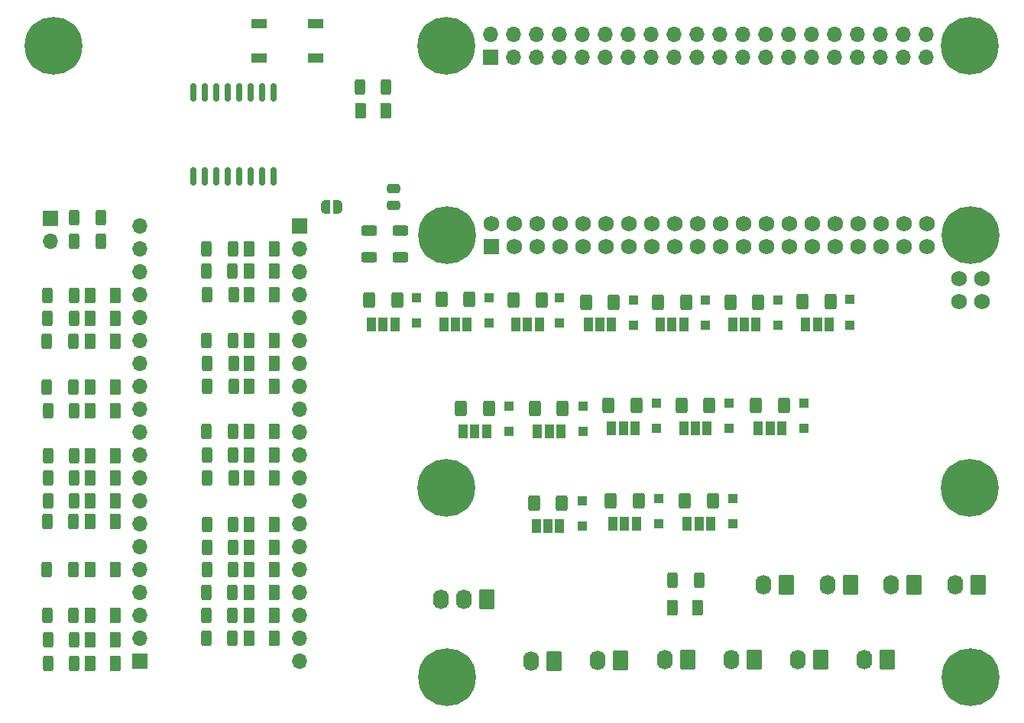
<source format=gbr>
%TF.GenerationSoftware,KiCad,Pcbnew,7.0.7*%
%TF.CreationDate,2024-09-02T11:23:26-05:00*%
%TF.ProjectId,Module_RPI,4d6f6475-6c65-45f5-9250-492e6b696361,rev?*%
%TF.SameCoordinates,Original*%
%TF.FileFunction,Soldermask,Top*%
%TF.FilePolarity,Negative*%
%FSLAX46Y46*%
G04 Gerber Fmt 4.6, Leading zero omitted, Abs format (unit mm)*
G04 Created by KiCad (PCBNEW 7.0.7) date 2024-09-02 11:23:26*
%MOMM*%
%LPD*%
G01*
G04 APERTURE LIST*
G04 Aperture macros list*
%AMRoundRect*
0 Rectangle with rounded corners*
0 $1 Rounding radius*
0 $2 $3 $4 $5 $6 $7 $8 $9 X,Y pos of 4 corners*
0 Add a 4 corners polygon primitive as box body*
4,1,4,$2,$3,$4,$5,$6,$7,$8,$9,$2,$3,0*
0 Add four circle primitives for the rounded corners*
1,1,$1+$1,$2,$3*
1,1,$1+$1,$4,$5*
1,1,$1+$1,$6,$7*
1,1,$1+$1,$8,$9*
0 Add four rect primitives between the rounded corners*
20,1,$1+$1,$2,$3,$4,$5,0*
20,1,$1+$1,$4,$5,$6,$7,0*
20,1,$1+$1,$6,$7,$8,$9,0*
20,1,$1+$1,$8,$9,$2,$3,0*%
%AMFreePoly0*
4,1,19,0.500000,-0.750000,0.000000,-0.750000,0.000000,-0.744911,-0.071157,-0.744911,-0.207708,-0.704816,-0.327430,-0.627875,-0.420627,-0.520320,-0.479746,-0.390866,-0.500000,-0.250000,-0.500000,0.250000,-0.479746,0.390866,-0.420627,0.520320,-0.327430,0.627875,-0.207708,0.704816,-0.071157,0.744911,0.000000,0.744911,0.000000,0.750000,0.500000,0.750000,0.500000,-0.750000,0.500000,-0.750000,
$1*%
%AMFreePoly1*
4,1,19,0.000000,0.744911,0.071157,0.744911,0.207708,0.704816,0.327430,0.627875,0.420627,0.520320,0.479746,0.390866,0.500000,0.250000,0.500000,-0.250000,0.479746,-0.390866,0.420627,-0.520320,0.327430,-0.627875,0.207708,-0.704816,0.071157,-0.744911,0.000000,-0.744911,0.000000,-0.750000,-0.500000,-0.750000,-0.500000,0.750000,0.000000,0.750000,0.000000,0.744911,0.000000,0.744911,
$1*%
G04 Aperture macros list end*
%ADD10RoundRect,0.250000X0.375000X0.625000X-0.375000X0.625000X-0.375000X-0.625000X0.375000X-0.625000X0*%
%ADD11RoundRect,0.250000X-0.375000X-0.625000X0.375000X-0.625000X0.375000X0.625000X-0.375000X0.625000X0*%
%ADD12RoundRect,0.250000X0.475000X-0.250000X0.475000X0.250000X-0.475000X0.250000X-0.475000X-0.250000X0*%
%ADD13RoundRect,0.250000X0.312500X0.625000X-0.312500X0.625000X-0.312500X-0.625000X0.312500X-0.625000X0*%
%ADD14RoundRect,0.250000X0.620000X0.845000X-0.620000X0.845000X-0.620000X-0.845000X0.620000X-0.845000X0*%
%ADD15O,1.740000X2.190000*%
%ADD16RoundRect,0.250000X0.400000X0.625000X-0.400000X0.625000X-0.400000X-0.625000X0.400000X-0.625000X0*%
%ADD17R,1.000000X1.500000*%
%ADD18C,6.404000*%
%ADD19RoundRect,0.250000X-0.300000X0.300000X-0.300000X-0.300000X0.300000X-0.300000X0.300000X0.300000X0*%
%ADD20FreePoly0,180.000000*%
%ADD21FreePoly1,180.000000*%
%ADD22R,1.700000X1.000000*%
%ADD23R,1.700000X1.700000*%
%ADD24O,1.700000X1.700000*%
%ADD25RoundRect,0.250000X-0.625000X0.312500X-0.625000X-0.312500X0.625000X-0.312500X0.625000X0.312500X0*%
%ADD26RoundRect,0.150000X-0.150000X0.875000X-0.150000X-0.875000X0.150000X-0.875000X0.150000X0.875000X0*%
%ADD27RoundRect,0.102000X-0.762000X-0.762000X0.762000X-0.762000X0.762000X0.762000X-0.762000X0.762000X0*%
%ADD28C,1.728000*%
G04 APERTURE END LIST*
D10*
%TO.C,RTC*%
X90872500Y-69690000D03*
X88072500Y-69690000D03*
%TD*%
D11*
%TO.C,D42*%
X75700000Y-120600000D03*
X78500000Y-120600000D03*
%TD*%
D12*
%TO.C,C2*%
X91700000Y-80250000D03*
X91700000Y-78350000D03*
%TD*%
D13*
%TO.C,R53*%
X56325000Y-113000000D03*
X53400000Y-113000000D03*
%TD*%
%TO.C,R43*%
X73862500Y-123100000D03*
X70937500Y-123100000D03*
%TD*%
D14*
%TO.C,GPIO16*%
X146426000Y-130600000D03*
D15*
X143886000Y-130600000D03*
%TD*%
D13*
%TO.C,R55*%
X56225000Y-120600000D03*
X53300000Y-120600000D03*
%TD*%
D11*
%TO.C,D38*%
X75700000Y-107900000D03*
X78500000Y-107900000D03*
%TD*%
%TO.C,D45*%
X75700000Y-128200000D03*
X78500000Y-128200000D03*
%TD*%
D16*
%TO.C,R15*%
X110450000Y-102700000D03*
X107350000Y-102700000D03*
%TD*%
D11*
%TO.C,D36*%
X75700000Y-100300000D03*
X78500000Y-100300000D03*
%TD*%
D13*
%TO.C,R62*%
X90875000Y-67100000D03*
X87950000Y-67100000D03*
%TD*%
D11*
%TO.C,D41*%
X75700000Y-118100000D03*
X78500000Y-118100000D03*
%TD*%
D13*
%TO.C,R44*%
X73862500Y-125700000D03*
X70937500Y-125700000D03*
%TD*%
D14*
%TO.C,3.3V1*%
X156477500Y-122300000D03*
D15*
X153937500Y-122300000D03*
%TD*%
D11*
%TO.C,D32*%
X75700000Y-85000000D03*
X78500000Y-85000000D03*
%TD*%
D17*
%TO.C,JP20*%
X126450000Y-104950000D03*
X125150000Y-104950000D03*
X123850000Y-104950000D03*
%TD*%
D11*
%TO.C,D43*%
X75700000Y-123100000D03*
X78500000Y-123100000D03*
%TD*%
D13*
%TO.C,R31*%
X125562500Y-121800000D03*
X122637500Y-121800000D03*
%TD*%
D11*
%TO.C,D33*%
X75700000Y-90100000D03*
X78500000Y-90100000D03*
%TD*%
D17*
%TO.C,JP15*%
X102000000Y-105250000D03*
X100700000Y-105250000D03*
X99400000Y-105250000D03*
%TD*%
D16*
%TO.C,R30*%
X127060000Y-112990000D03*
X123960000Y-112990000D03*
%TD*%
D11*
%TO.C,D57*%
X58100000Y-128400000D03*
X60900000Y-128400000D03*
%TD*%
D17*
%TO.C,JP23*%
X110100000Y-115790000D03*
X108800000Y-115790000D03*
X107500000Y-115790000D03*
%TD*%
D14*
%TO.C,3.3V2*%
X149387500Y-122300000D03*
D15*
X146847500Y-122300000D03*
%TD*%
D11*
%TO.C,D37*%
X75700000Y-105300000D03*
X78500000Y-105300000D03*
%TD*%
D13*
%TO.C,R34*%
X73900000Y-95200000D03*
X70975000Y-95200000D03*
%TD*%
D11*
%TO.C,D39*%
X75700000Y-110400000D03*
X78500000Y-110400000D03*
%TD*%
D14*
%TO.C,5V2*%
X142297500Y-122300000D03*
D15*
X139757500Y-122300000D03*
%TD*%
D13*
%TO.C,R51*%
X56325000Y-108000000D03*
X53400000Y-108000000D03*
%TD*%
%TO.C,R54*%
X56262500Y-115300000D03*
X53337500Y-115300000D03*
%TD*%
%TO.C,R39*%
X73962500Y-110400000D03*
X71037500Y-110400000D03*
%TD*%
D17*
%TO.C,JP1*%
X99850000Y-93450000D03*
X98550000Y-93450000D03*
X97250000Y-93450000D03*
%TD*%
D18*
%TO.C,*%
X54000000Y-62511000D03*
%TD*%
D16*
%TO.C,R9*%
X132100000Y-90950000D03*
X129000000Y-90950000D03*
%TD*%
D13*
%TO.C,R38*%
X73925000Y-107900000D03*
X71000000Y-107900000D03*
%TD*%
%TO.C,R58*%
X56332500Y-130980000D03*
X53407500Y-130980000D03*
%TD*%
%TO.C,R52*%
X56325000Y-110400000D03*
X53400000Y-110400000D03*
%TD*%
D16*
%TO.C,R18*%
X118600000Y-102400000D03*
X115500000Y-102400000D03*
%TD*%
D13*
%TO.C,R35*%
X73962500Y-97700000D03*
X71037500Y-97700000D03*
%TD*%
D19*
%TO.C,D5*%
X118250000Y-90730000D03*
X118250000Y-93530000D03*
%TD*%
D13*
%TO.C,R50*%
X56325000Y-103000000D03*
X53400000Y-103000000D03*
%TD*%
D20*
%TO.C,RTC*%
X85500000Y-80350000D03*
D21*
X84200000Y-80350000D03*
%TD*%
D16*
%TO.C,R3*%
X92100000Y-90700000D03*
X89000000Y-90700000D03*
%TD*%
D14*
%TO.C,GPIO22*%
X131654000Y-130600000D03*
D15*
X129114000Y-130600000D03*
%TD*%
D16*
%TO.C,R22*%
X126700000Y-102400000D03*
X123600000Y-102400000D03*
%TD*%
D11*
%TO.C,D40*%
X75700000Y-115600000D03*
X78500000Y-115600000D03*
%TD*%
D17*
%TO.C,JP14*%
X139950000Y-93380000D03*
X138650000Y-93380000D03*
X137350000Y-93380000D03*
%TD*%
D13*
%TO.C,R32*%
X73900000Y-85000000D03*
X70975000Y-85000000D03*
%TD*%
D16*
%TO.C,R7*%
X124100000Y-90950000D03*
X121000000Y-90950000D03*
%TD*%
D11*
%TO.C,D51*%
X58100000Y-108000000D03*
X60900000Y-108000000D03*
%TD*%
D14*
%TO.C,5V1*%
X135207500Y-122280000D03*
D15*
X132667500Y-122280000D03*
%TD*%
D17*
%TO.C,JP21*%
X134700000Y-104950000D03*
X133400000Y-104950000D03*
X132100000Y-104950000D03*
%TD*%
D16*
%TO.C,R25*%
X110350000Y-113240000D03*
X107250000Y-113240000D03*
%TD*%
D13*
%TO.C,R56*%
X56262500Y-125700000D03*
X53337500Y-125700000D03*
%TD*%
D11*
%TO.C,D34*%
X75675000Y-95200000D03*
X78475000Y-95200000D03*
%TD*%
D13*
%TO.C,R40*%
X73925000Y-115600000D03*
X71000000Y-115600000D03*
%TD*%
D19*
%TO.C,D15*%
X142250000Y-90660000D03*
X142250000Y-93460000D03*
%TD*%
D11*
%TO.C,D52*%
X58100000Y-110400000D03*
X60900000Y-110400000D03*
%TD*%
D13*
%TO.C,R45*%
X73867500Y-128200000D03*
X70942500Y-128200000D03*
%TD*%
D18*
%TO.C,*%
X97580000Y-111511000D03*
X155580000Y-111511000D03*
X155580000Y-62511000D03*
X97580000Y-62511000D03*
%TD*%
D11*
%TO.C,D50*%
X58100000Y-103000000D03*
X60900000Y-103000000D03*
%TD*%
D17*
%TO.C,JP5*%
X123850000Y-93450000D03*
X122550000Y-93450000D03*
X121250000Y-93450000D03*
%TD*%
%TO.C,JP7*%
X131850000Y-93450000D03*
X130550000Y-93450000D03*
X129250000Y-93450000D03*
%TD*%
D16*
%TO.C,R27*%
X118850000Y-112990000D03*
X115750000Y-112990000D03*
%TD*%
D19*
%TO.C,D8*%
X134250000Y-90730000D03*
X134250000Y-93530000D03*
%TD*%
%TO.C,D21*%
X128900000Y-102150000D03*
X128900000Y-104950000D03*
%TD*%
D22*
%TO.C,RESET RTC*%
X83100000Y-63900000D03*
X76800000Y-63900000D03*
X83100000Y-60100000D03*
X76800000Y-60100000D03*
%TD*%
D13*
%TO.C,R33*%
X73962500Y-90100000D03*
X71037500Y-90100000D03*
%TD*%
D17*
%TO.C,JP2*%
X91850000Y-93450000D03*
X90550000Y-93450000D03*
X89250000Y-93450000D03*
%TD*%
D14*
%TO.C,GPIO28*%
X109496000Y-130780000D03*
D15*
X106956000Y-130780000D03*
%TD*%
D13*
%TO.C,R61*%
X59275000Y-84200000D03*
X56350000Y-84200000D03*
%TD*%
D16*
%TO.C,R4*%
X100100000Y-90600000D03*
X97000000Y-90600000D03*
%TD*%
D17*
%TO.C,JP25*%
X118600000Y-115540000D03*
X117300000Y-115540000D03*
X116000000Y-115540000D03*
%TD*%
D11*
%TO.C,D30*%
X75700000Y-87500000D03*
X78500000Y-87500000D03*
%TD*%
D17*
%TO.C,JP13*%
X110250000Y-105250000D03*
X108950000Y-105250000D03*
X107650000Y-105250000D03*
%TD*%
D19*
%TO.C,D3*%
X102250000Y-90480000D03*
X102250000Y-93280000D03*
%TD*%
%TO.C,D2*%
X94250000Y-90480000D03*
X94250000Y-93280000D03*
%TD*%
%TO.C,D22*%
X137150000Y-102150000D03*
X137150000Y-104950000D03*
%TD*%
D17*
%TO.C,JP16*%
X118450000Y-104950000D03*
X117150000Y-104950000D03*
X115850000Y-104950000D03*
%TD*%
D11*
%TO.C,D54*%
X58100000Y-115300000D03*
X60900000Y-115300000D03*
%TD*%
D14*
%TO.C,GPIO29*%
X102040000Y-123930000D03*
D15*
X99500000Y-123930000D03*
X96960000Y-123930000D03*
%TD*%
D11*
%TO.C,D35*%
X75700000Y-97700000D03*
X78500000Y-97700000D03*
%TD*%
%TO.C,D48*%
X58062500Y-95300000D03*
X60862500Y-95300000D03*
%TD*%
D23*
%TO.C,J1*%
X53675000Y-81650000D03*
D24*
X53675000Y-84190000D03*
%TD*%
D25*
%TO.C,R1*%
X88950000Y-83025000D03*
X88950000Y-85950000D03*
%TD*%
D13*
%TO.C,R42*%
X73925000Y-120600000D03*
X71000000Y-120600000D03*
%TD*%
D19*
%TO.C,D24*%
X112600000Y-112990000D03*
X112600000Y-115790000D03*
%TD*%
D26*
%TO.C,U1*%
X78410000Y-67700000D03*
X77140000Y-67700000D03*
X75870000Y-67700000D03*
X74600000Y-67700000D03*
X73330000Y-67700000D03*
X72060000Y-67700000D03*
X70790000Y-67700000D03*
X69520000Y-67700000D03*
X69520000Y-77000000D03*
X70790000Y-77000000D03*
X72060000Y-77000000D03*
X73330000Y-77000000D03*
X74600000Y-77000000D03*
X75870000Y-77000000D03*
X77140000Y-77000000D03*
X78410000Y-77000000D03*
%TD*%
D13*
%TO.C,R36*%
X73962500Y-100300000D03*
X71037500Y-100300000D03*
%TD*%
D10*
%TO.C,D31*%
X125437500Y-124800000D03*
X122637500Y-124800000D03*
%TD*%
D11*
%TO.C,D47*%
X58100000Y-92700000D03*
X60900000Y-92700000D03*
%TD*%
D13*
%TO.C,R48*%
X56225000Y-95300000D03*
X53300000Y-95300000D03*
%TD*%
%TO.C,R37*%
X73900000Y-105300000D03*
X70975000Y-105300000D03*
%TD*%
D14*
%TO.C,GPIO18*%
X139040000Y-130600000D03*
D15*
X136500000Y-130600000D03*
%TD*%
D14*
%TO.C,GPIO24*%
X124268000Y-130600000D03*
D15*
X121728000Y-130600000D03*
%TD*%
D19*
%TO.C,D17*%
X120850000Y-102150000D03*
X120850000Y-104950000D03*
%TD*%
D13*
%TO.C,R49*%
X56225000Y-100400000D03*
X53300000Y-100400000D03*
%TD*%
D17*
%TO.C,JP28*%
X126850000Y-115540000D03*
X125550000Y-115540000D03*
X124250000Y-115540000D03*
%TD*%
D16*
%TO.C,R17*%
X102250000Y-102700000D03*
X99150000Y-102700000D03*
%TD*%
D19*
%TO.C,D29*%
X129300000Y-112740000D03*
X129300000Y-115540000D03*
%TD*%
%TO.C,D16*%
X104450000Y-102450000D03*
X104450000Y-105250000D03*
%TD*%
%TO.C,D14*%
X112700000Y-102450000D03*
X112700000Y-105250000D03*
%TD*%
D17*
%TO.C,JP3*%
X107850000Y-93450000D03*
X106550000Y-93450000D03*
X105250000Y-93450000D03*
%TD*%
D13*
%TO.C,R46*%
X56300000Y-90200000D03*
X53375000Y-90200000D03*
%TD*%
D25*
%TO.C,R59*%
X92450000Y-85950000D03*
X92450000Y-83025000D03*
%TD*%
D13*
%TO.C,R60*%
X59275000Y-81600000D03*
X56350000Y-81600000D03*
%TD*%
D11*
%TO.C,D56*%
X58100000Y-125700000D03*
X60900000Y-125700000D03*
%TD*%
D13*
%TO.C,R41*%
X73925000Y-118100000D03*
X71000000Y-118100000D03*
%TD*%
D16*
%TO.C,R16*%
X140100000Y-90880000D03*
X137000000Y-90880000D03*
%TD*%
D23*
%TO.C,J2*%
X63600000Y-130750000D03*
D24*
X63600000Y-128210000D03*
X63600000Y-125670000D03*
X63600000Y-123130000D03*
X63600000Y-120590000D03*
X63600000Y-118050000D03*
X63600000Y-115510000D03*
X63600000Y-112970000D03*
X63600000Y-110430000D03*
X63600000Y-107890000D03*
X63600000Y-105350000D03*
X63600000Y-102810000D03*
X63600000Y-100270000D03*
X63600000Y-97730000D03*
X63600000Y-95190000D03*
X63600000Y-92650000D03*
X63600000Y-90110000D03*
X63600000Y-87570000D03*
X63600000Y-85030000D03*
X63600000Y-82490000D03*
%TD*%
D11*
%TO.C,D46*%
X58100000Y-90200000D03*
X60900000Y-90200000D03*
%TD*%
D13*
%TO.C,R57*%
X56325000Y-128400000D03*
X53400000Y-128400000D03*
%TD*%
%TO.C,R47*%
X56300000Y-92700000D03*
X53375000Y-92700000D03*
%TD*%
D23*
%TO.C,J4*%
X81250000Y-82500000D03*
D24*
X81250000Y-85040000D03*
X81250000Y-87580000D03*
X81250000Y-90120000D03*
X81250000Y-92660000D03*
X81250000Y-95200000D03*
X81250000Y-97740000D03*
X81250000Y-100280000D03*
X81250000Y-102820000D03*
X81250000Y-105360000D03*
X81250000Y-107900000D03*
X81250000Y-110440000D03*
X81250000Y-112980000D03*
X81250000Y-115520000D03*
X81250000Y-118060000D03*
X81250000Y-120600000D03*
X81250000Y-123140000D03*
X81250000Y-125680000D03*
X81250000Y-128220000D03*
X81250000Y-130760000D03*
%TD*%
D11*
%TO.C,D53*%
X58100000Y-113000000D03*
X60900000Y-113000000D03*
%TD*%
D27*
%TO.C,U2*%
X102520000Y-84770000D03*
D28*
X102520000Y-82230000D03*
X105060000Y-84770000D03*
X105060000Y-82230000D03*
X107600000Y-84770000D03*
X107600000Y-82230000D03*
X110140000Y-84770000D03*
X110140000Y-82230000D03*
X112680000Y-84770000D03*
X112680000Y-82230000D03*
X115220000Y-84770000D03*
X115220000Y-82230000D03*
X117760000Y-84770000D03*
X117760000Y-82230000D03*
X120300000Y-84770000D03*
X120300000Y-82230000D03*
X122840000Y-84770000D03*
X122840000Y-82230000D03*
X125380000Y-84770000D03*
X125380000Y-82230000D03*
X127920000Y-84770000D03*
X127920000Y-82230000D03*
X130460000Y-84770000D03*
X130460000Y-82230000D03*
X133000000Y-84770000D03*
X133000000Y-82230000D03*
X135540000Y-84770000D03*
X135540000Y-82230000D03*
X138080000Y-84770000D03*
X138080000Y-82230000D03*
X140620000Y-84770000D03*
X140620000Y-82230000D03*
X143160000Y-84770000D03*
X143160000Y-82230000D03*
X145700000Y-84770000D03*
X145700000Y-82230000D03*
X148240000Y-84770000D03*
X148240000Y-82230000D03*
X150780000Y-84770000D03*
X150780000Y-82230000D03*
X156880000Y-90893000D03*
X156880000Y-88353000D03*
X154340000Y-90893000D03*
X154340000Y-88353000D03*
D18*
X97650000Y-83500000D03*
X155650000Y-83500000D03*
X155650000Y-132500000D03*
X97650000Y-132500000D03*
%TD*%
D14*
%TO.C,GPIO26*%
X116882000Y-130680000D03*
D15*
X114342000Y-130680000D03*
%TD*%
D17*
%TO.C,JP4*%
X115850000Y-93450000D03*
X114550000Y-93450000D03*
X113250000Y-93450000D03*
%TD*%
D11*
%TO.C,D44*%
X75700000Y-125700000D03*
X78500000Y-125700000D03*
%TD*%
%TO.C,D58*%
X58100000Y-131000000D03*
X60900000Y-131000000D03*
%TD*%
D19*
%TO.C,D26*%
X121050000Y-112740000D03*
X121050000Y-115540000D03*
%TD*%
D11*
%TO.C,D55*%
X58062500Y-120600000D03*
X60862500Y-120600000D03*
%TD*%
D19*
%TO.C,D4*%
X110100000Y-90480000D03*
X110100000Y-93280000D03*
%TD*%
D24*
%TO.C,J1_Rele1*%
X150710000Y-61230000D03*
X150710000Y-63770000D03*
X148170000Y-61230000D03*
X148170000Y-63770000D03*
X145630000Y-61230000D03*
X145630000Y-63770000D03*
X143090000Y-61230000D03*
X143090000Y-63770000D03*
X140550000Y-61230000D03*
X140550000Y-63770000D03*
X138010000Y-61230000D03*
X138010000Y-63770000D03*
X135470000Y-61230000D03*
X135470000Y-63770000D03*
X132930000Y-61230000D03*
X132930000Y-63770000D03*
X130390000Y-61230000D03*
X130390000Y-63770000D03*
X127850000Y-61230000D03*
X127850000Y-63770000D03*
X125310000Y-61230000D03*
X125310000Y-63770000D03*
X122770000Y-61230000D03*
X122770000Y-63770000D03*
X120230000Y-61230000D03*
X120230000Y-63770000D03*
X117690000Y-61230000D03*
X117690000Y-63770000D03*
X115150000Y-61230000D03*
X115150000Y-63770000D03*
X112610000Y-61230000D03*
X112610000Y-63770000D03*
X110070000Y-61230000D03*
X110070000Y-63770000D03*
X107530000Y-61230000D03*
X107530000Y-63770000D03*
X104990000Y-61230000D03*
X104990000Y-63770000D03*
X102450000Y-61230000D03*
D23*
X102450000Y-63770000D03*
%TD*%
D16*
%TO.C,R5*%
X108100000Y-90700000D03*
X105000000Y-90700000D03*
%TD*%
D19*
%TO.C,D6*%
X126222500Y-90730000D03*
X126222500Y-93530000D03*
%TD*%
D16*
%TO.C,R6*%
X116100000Y-90950000D03*
X113000000Y-90950000D03*
%TD*%
D13*
%TO.C,R2*%
X73862500Y-87500000D03*
X70937500Y-87500000D03*
%TD*%
D16*
%TO.C,R23*%
X134950000Y-102400000D03*
X131850000Y-102400000D03*
%TD*%
D11*
%TO.C,D49*%
X58062500Y-100400000D03*
X60862500Y-100400000D03*
%TD*%
M02*

</source>
